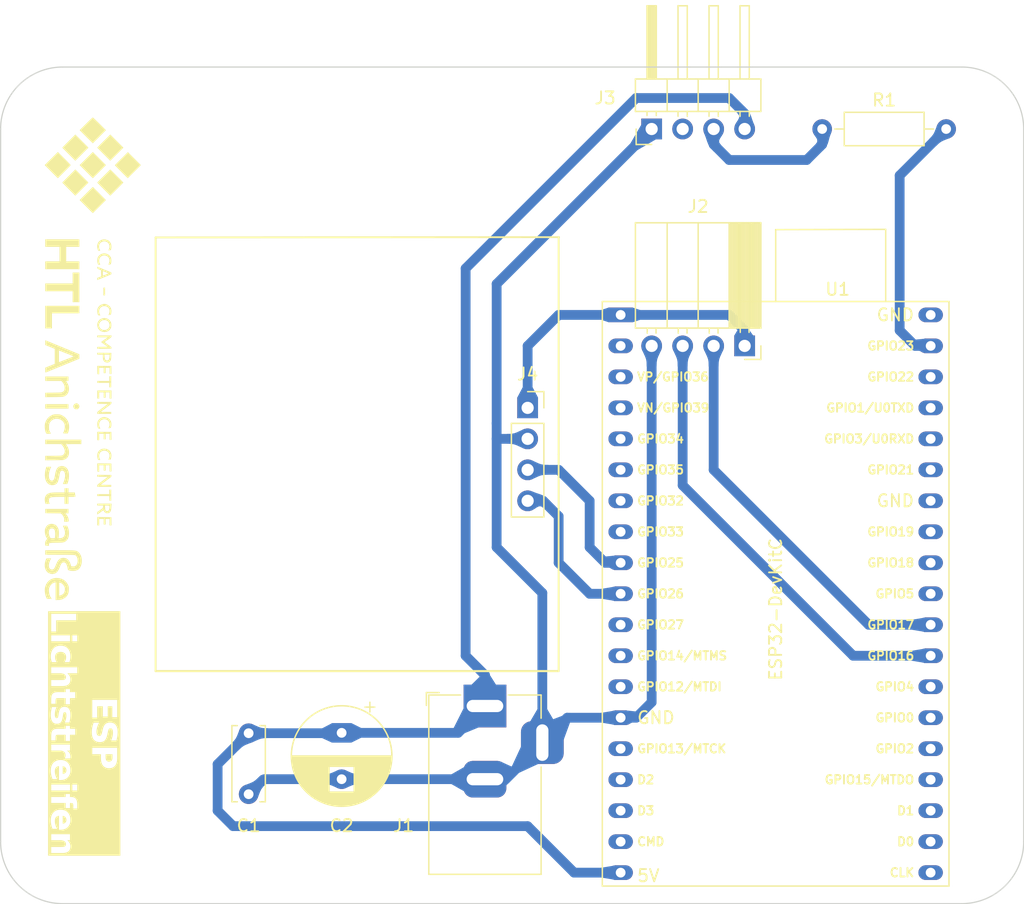
<source format=kicad_pcb>
(kicad_pcb (version 20221018) (generator pcbnew)
  (layers (0 "F.Cu" signal) (31 "B.Cu" signal) (34 "B.Paste" user) (35 "F.Paste" user) (36 "B.SilkS" user "B.Silkscreen") (37 "F.SilkS" user "F.Silkscreen") (38 "B.Mask" user) (39 "F.Mask" user) (44 "Edge.Cuts" user))
  (net 0 "")
  (net 1 "+5V")
  (net 2 "GND")
  (net 3 "Net-(J2-Pin_2)")
  (net 4 "Net-(J2-Pin_3)")
  (net 5 "+3V3")
  (net 7 "Net-(J3-Pin_3)")
  (net 8 "Net-(J4-Pin_3)")
  (net 9 "Net-(J4-Pin_4)")
  (net 10 "Net-(U1-GPIO23)")
  (footprint "htl_logo:htl_logo_large_with_text" (layer "F.Cu") (at 83.82 77.47 -90)
    (fp_text reference "REF**" hide)
    (fp_text value "htl_logo_large_with_text" hide)
  )
  (footprint "Connector_PinSocket_2.54mm:PinSocket_1x04_P2.54mm_Horizontal" (layer "F.Cu") (at 137.16 76.2 -90)
    (fp_text reference "J2" (at -11.43 3.81 -180) (layer "F.SilkS"))
    (fp_text value "HC-SR04")
    (pad "1" thru_hole rect (at 0 0 270) (size 1.7 1.7) (drill 1) (layers "*.Cu" "*.Mask") (net 5 "+3V3"))
    (pad "2" thru_hole oval (at 0 2.54 270) (size 1.7 1.7) (drill 1) (layers "*.Cu" "*.Mask") (net 3 "Net-(J2-Pin_2)"))
    (pad "3" thru_hole oval (at 0 5.08 270) (size 1.7 1.7) (drill 1) (layers "*.Cu" "*.Mask") (net 4 "Net-(J2-Pin_3)"))
    (pad "4" thru_hole oval (at 0 7.62 270) (size 1.7 1.7) (drill 1) (layers "*.Cu" "*.Mask") (net 2 "GND"))
  )
  (footprint "Capacitor_THT:CP_Radial_D8.0mm_P3.80mm" (layer "F.Cu") (at 104.14 107.92 -90)
    (fp_text reference "C2" (at 7.61 0 -180) (layer "F.SilkS"))
    (fp_text value "47u")
    (pad "1" thru_hole rect (at 0 0 270) (size 1.6 1.6) (drill 0.8) (layers "*.Cu" "*.Mask") (net 1 "+5V"))
    (pad "2" thru_hole circle (at 3.8 0 270) (size 1.6 1.6) (drill 0.8) (layers "*.Cu" "*.Mask") (net 2 "GND"))
  )
  (footprint "Connector_PinHeader_2.54mm:PinHeader_1x04_P2.54mm_Horizontal" (layer "F.Cu") (at 129.54 58.42 90)
    (fp_text reference "J3" (at 2.54 -3.81 180) (layer "F.SilkS"))
    (fp_text value "WS2812B")
    (pad "1" thru_hole rect (at 0 0 90) (size 1.7 1.7) (drill 1) (layers "*.Cu" "*.Mask") (net 2 "GND"))
    (pad "2" thru_hole oval (at 0 2.54 90) (size 1.7 1.7) (drill 1) (layers "*.Cu" "*.Mask"))
    (pad "3" thru_hole oval (at 0 5.08 90) (size 1.7 1.7) (drill 1) (layers "*.Cu" "*.Mask") (net 7 "Net-(J3-Pin_3)"))
    (pad "4" thru_hole oval (at 0 7.62 90) (size 1.7 1.7) (drill 1) (layers "*.Cu" "*.Mask") (net 1 "+5V"))
  )
  (footprint "Connector_PinSocket_2.54mm:PinSocket_1x04_P2.54mm_Vertical" (layer "F.Cu") (at 119.38 81.28)
    (fp_text reference "J4" (at 0 -2.77) (layer "F.SilkS"))
    (fp_text value "OLED")
    (pad "1" thru_hole rect (at 0 0) (size 1.7 1.7) (drill 1) (layers "*.Cu" "*.Mask") (net 5 "+3V3"))
    (pad "2" thru_hole oval (at 0 2.54) (size 1.7 1.7) (drill 1) (layers "*.Cu" "*.Mask") (net 2 "GND"))
    (pad "3" thru_hole oval (at 0 5.08) (size 1.7 1.7) (drill 1) (layers "*.Cu" "*.Mask") (net 8 "Net-(J4-Pin_3)"))
    (pad "4" thru_hole oval (at 0 7.62) (size 1.7 1.7) (drill 1) (layers "*.Cu" "*.Mask") (net 9 "Net-(J4-Pin_4)"))
  )
  (footprint "PCM_Espressif:ESP32-DevKitC" (layer "F.Cu") (at 127 73.66)
    (fp_text reference "U1" (at 17.78 -2.1) (layer "F.SilkS"))
    (fp_text value "ESP32-DevKitC" (at 12.7 24.13 90) (layer "F.SilkS"))
    (fp_text user "5V" (at 1.26632 45.97128 unlocked) (layer "F.SilkS") (effects (justify left)))
    (fp_text user "GPIO5" (at 24.13 22.86 unlocked) (layer "F.SilkS") (effects (font (size 0.7 0.7)) (justify right)))
    (fp_text user "GPIO14/MTMS" (at 1.27 27.94 unlocked) (layer "F.SilkS") (effects (font (size 0.7 0.7)) (justify left)))
    (fp_text user "GPIO25" (at 1.27 20.32 unlocked) (layer "F.SilkS") (effects (font (size 0.7 0.7)) (justify left)))
    (fp_text user "D1" (at 24.13 40.64 unlocked) (layer "F.SilkS") (effects (font (size 0.7 0.7)) (justify right)))
    (fp_text user "GPIO22" (at 24.13 5.08 unlocked) (layer "F.SilkS") (effects (font (size 0.7 0.7)) (justify right)))
    (fp_text user "GPIO19" (at 24.13 17.78 unlocked) (layer "F.SilkS") (effects (font (size 0.7 0.7)) (justify right)))
    (fp_text user "GPIO0" (at 24.13 33.02 unlocked) (layer "F.SilkS") (effects (font (size 0.7 0.7)) (justify right)))
    (fp_text user "GPIO33" (at 1.27 17.78 unlocked) (layer "F.SilkS") (effects (font (size 0.7 0.7)) (justify left)))
    (fp_text user "GPIO32" (at 1.27 15.24 unlocked) (layer "F.SilkS") (effects (font (size 0.7 0.7)) (justify left)))
    (fp_text user "VP/GPIO36" (at 1.27 5.08 unlocked) (layer "F.SilkS") (effects (font (size 0.7 0.7)) (justify left)))
    (fp_text user "GND" (at 24.13 15.24 unlocked) (layer "F.SilkS") (effects (justify right)))
    (fp_text user "GPIO15/MTDO" (at 24.13 38.1 unlocked) (layer "F.SilkS") (effects (font (size 0.7 0.7)) (justify right)))
    (fp_text user "GPIO17" (at 24.13 25.4 unlocked) (layer "F.SilkS") (effects (font (size 0.7 0.7)) (justify right)))
    (fp_text user "GPIO21" (at 24.13 12.7 unlocked) (layer "F.SilkS") (effects (font (size 0.7 0.7)) (justify right)))
    (fp_text user "GPIO1/U0TXD" (at 24.13 7.62 unlocked) (layer "F.SilkS") (effects (font (size 0.7 0.7)) (justify right)))
    (fp_text user "D2" (at 1.27 38.1 unlocked) (layer "F.SilkS") (effects (font (size 0.7 0.7)) (justify left)))
    (fp_text user "CLK" (at 24.13 45.72 unlocked) (layer "F.SilkS") (effects (font (size 0.7 0.7)) (justify right)))
    (fp_text user "GPIO26" (at 1.27 22.86 unlocked) (layer "F.SilkS") (effects (font (size 0.7 0.7)) (justify left)))
    (fp_text user "D3" (at 1.27 40.64 unlocked) (layer "F.SilkS") (effects (font (size 0.7 0.7)) (justify left)))
    (fp_text user "CMD" (at 1.27 43.18 unlocked) (layer "F.SilkS") (effects (font (size 0.7 0.7)) (justify left)))
    (fp_text user "GND" (at 24.13 0 unlocked) (layer "F.SilkS") (effects (justify right)))
    (fp_text user "GPIO34" (at 1.27 10.16 unlocked) (layer "F.SilkS") (effects (font (size 0.7 0.7)) (justify left)))
    (fp_text user "GPIO12/MTDI" (at 1.27 30.48 unlocked) (layer "F.SilkS") (effects (font (size 0.7 0.7)) (justify left)))
    (fp_text user "GPIO27" (at 1.27 25.4 unlocked) (layer "F.SilkS") (effects (font (size 0.7 0.7)) (justify left)))
    (fp_text user "GPIO35" (at 1.27 12.7 unlocked) (layer "F.SilkS") (effects (font (size 0.7 0.7)) (justify left)))
    (fp_text user "D0" (at 24.13 43.18 unlocked) (layer "F.SilkS") (effects (font (size 0.7 0.7)) (justify right)))
    (fp_text user "GPIO23" (at 24.13 2.54 unlocked) (layer "F.SilkS") (effects (font (size 0.7 0.7)) (justify right)))
    (fp_text user "GPIO4" (at 24.13 30.48 unlocked) (layer "F.SilkS") (effects (font (size 0.7 0.7)) (justify right)))
    (fp_text user "VN/GPIO39" (at 1.27 7.62 unlocked) (layer "F.SilkS") (effects (font (size 0.7 0.7)) (justify left)))
    (fp_text user "GPIO2" (at 24.13 35.56 unlocked) (layer "F.SilkS") (effects (font (size 0.7 0.7)) (justify right)))
    (fp_text user "GPIO18" (at 24.13 20.32 unlocked) (layer "F.SilkS") (effects (font (size 0.7 0.7)) (justify right)))
    (fp_text user "GPIO3/U0RXD" (at 24.13 10.16 unlocked) (layer "F.SilkS") (effects (font (size 0.7 0.7)) (justify right)))
    (fp_text user "GPIO16" (at 24.13 27.94 unlocked) (layer "F.SilkS") (effects (font (size 0.7 0.7)) (justify right)))
    (fp_text user "GPIO13/MTCK" (at 1.27 35.56 unlocked) (layer "F.SilkS") (effects (font (size 0.7 0.7)) (justify left)))
    (fp_text user "GND" (at 1.27 33.02 unlocked) (layer "F.SilkS") (effects (justify left)))
    (pad "1" thru_hole rect (at 0 0 270) (size 1.2 2) (drill 0.8) (layers "*.Cu" "*.Mask") (net 5 "+3V3"))
    (pad "2" thru_hole oval (at 0 2.54 270) (size 1.2 2) (drill 0.8) (layers "*.Cu" "*.Mask"))
    (pad "3" thru_hole oval (at 0 5.08 270) (size 1.2 2) (drill 0.8) (layers "*.Cu" "*.Mask"))
    (pad "4" thru_hole oval (at 0 7.62 270) (size 1.2 2) (drill 0.8) (layers "*.Cu" "*.Mask"))
    (pad "5" thru_hole oval (at 0 10.16 270) (size 1.2 2) (drill 0.8) (layers "*.Cu" "*.Mask"))
    (pad "6" thru_hole oval (at 0 12.7 270) (size 1.2 2) (drill 0.8) (layers "*.Cu" "*.Mask"))
    (pad "7" thru_hole oval (at 0 15.24 270) (size 1.2 2) (drill 0.8) (layers "*.Cu" "*.Mask"))
    (pad "8" thru_hole oval (at 0 17.78 270) (size 1.2 2) (drill 0.8) (layers "*.Cu" "*.Mask"))
    (pad "9" thru_hole oval (at 0 20.32 270) (size 1.2 2) (drill 0.8) (layers "*.Cu" "*.Mask") (net 8 "Net-(J4-Pin_3)"))
    (pad "10" thru_hole oval (at 0 22.86 270) (size 1.2 2) (drill 0.8) (layers "*.Cu" "*.Mask") (net 9 "Net-(J4-Pin_4)"))
    (pad "11" thru_hole oval (at 0 25.4 270) (size 1.2 2) (drill 0.8) (layers "*.Cu" "*.Mask"))
    (pad "12" thru_hole oval (at 0 27.94 270) (size 1.2 2) (drill 0.8) (layers "*.Cu" "*.Mask"))
    (pad "13" thru_hole oval (at 0 30.48 270) (size 1.2 2) (drill 0.8) (layers "*.Cu" "*.Mask"))
    (pad "14" thru_hole oval (at 0 33.02 270) (size 1.2 2) (drill 0.8) (layers "*.Cu" "*.Mask") (net 2 "GND"))
    (pad "15" thru_hole oval (at 0 35.56 270) (size 1.2 2) (drill 0.8) (layers "*.Cu" "*.Mask"))
    (pad "16" thru_hole oval (at 0 38.1 270) (size 1.2 2) (drill 0.8) (layers "*.Cu" "*.Mask"))
    (pad "17" thru_hole oval (at 0 40.64 270) (size 1.2 2) (drill 0.8) (layers "*.Cu" "*.Mask"))
    (pad "18" thru_hole oval (at 0 43.18 270) (size 1.2 2) (drill 0.8) (layers "*.Cu" "*.Mask"))
    (pad "19" thru_hole oval (at 0 45.72 270) (size 1.2 2) (drill 0.8) (layers "*.Cu" "*.Mask") (net 1 "+5V"))
    (pad "20" thru_hole oval (at 25.39632 45.71728 270) (size 1.2 2) (drill 0.8) (layers "*.Cu" "*.Mask"))
    (pad "21" thru_hole oval (at 25.39632 43.17728 270) (size 1.2 2) (drill 0.8) (layers "*.Cu" "*.Mask"))
    (pad "22" thru_hole oval (at 25.4 40.64 270) (size 1.2 2) (drill 0.8) (layers "*.Cu" "*.Mask"))
    (pad "23" thru_hole oval (at 25.4 38.1 270) (size 1.2 2) (drill 0.8) (layers "*.Cu" "*.Mask"))
    (pad "24" thru_hole oval (at 25.4 35.56 270) (size 1.2 2) (drill 0.8) (layers "*.Cu" "*.Mask"))
    (pad "25" thru_hole oval (at 25.4 33.02 270) (size 1.2 2) (drill 0.8) (layers "*.Cu" "*.Mask"))
    (pad "26" thru_hole oval (at 25.4 30.48 270) (size 1.2 2) (drill 0.8) (layers "*.Cu" "*.Mask"))
    (pad "27" thru_hole oval (at 25.4 27.94 270) (size 1.2 2) (drill 0.8) (layers "*.Cu" "*.Mask") (net 4 "Net-(J2-Pin_3)"))
    (pad "28" thru_hole oval (at 25.4 25.4 270) (size 1.2 2) (drill 0.8) (layers "*.Cu" "*.Mask") (net 3 "Net-(J2-Pin_2)"))
    (pad "29" thru_hole oval (at 25.4 22.86 270) (size 1.2 2) (drill 0.8) (layers "*.Cu" "*.Mask"))
    (pad "30" thru_hole oval (at 25.4 20.32 270) (size 1.2 2) (drill 0.8) (layers "*.Cu" "*.Mask"))
    (pad "31" thru_hole oval (at 25.4 17.78 270) (size 1.2 2) (drill 0.8) (layers "*.Cu" "*.Mask"))
    (pad "32" thru_hole oval (at 25.4 15.24 270) (size 1.2 2) (drill 0.8) (layers "*.Cu" "*.Mask") (net 2 "GND"))
    (pad "33" thru_hole oval (at 25.4 12.7 270) (size 1.2 2) (drill 0.8) (layers "*.Cu" "*.Mask"))
    (pad "34" thru_hole oval (at 25.4 10.16 270) (size 1.2 2) (drill 0.8) (layers "*.Cu" "*.Mask"))
    (pad "35" thru_hole oval (at 25.4 7.62 270) (size 1.2 2) (drill 0.8) (layers "*.Cu" "*.Mask"))
    (pad "36" thru_hole oval (at 25.4 5.08 270) (size 1.2 2) (drill 0.8) (layers "*.Cu" "*.Mask"))
    (pad "37" thru_hole oval (at 25.4 2.54 270) (size 1.2 2) (drill 0.8) (layers "*.Cu" "*.Mask") (net 10 "Net-(U1-GPIO23)"))
    (pad "38" thru_hole oval (at 25.4 0 270) (size 1.2 2) (drill 0.8) (layers "*.Cu" "*.Mask") (net 2 "GND"))
  )
  (footprint "Capacitor_THT:C_Disc_D6.0mm_W2.5mm_P5.00mm" (layer "F.Cu") (at 96.52 107.95 -90)
    (fp_text reference "C1" (at 7.58 0 -180) (layer "F.SilkS"))
    (fp_text value "100n")
    (pad "1" thru_hole circle (at 0 0 270) (size 1.6 1.6) (drill 0.8) (layers "*.Cu" "*.Mask") (net 1 "+5V"))
    (pad "2" thru_hole circle (at 5 0 270) (size 1.6 1.6) (drill 0.8) (layers "*.Cu" "*.Mask") (net 2 "GND"))
  )
  (footprint "Resistor_THT:R_Axial_DIN0207_L6.3mm_D2.5mm_P10.16mm_Horizontal" (layer "F.Cu") (at 143.51 58.42)
    (fp_text reference "R1" (at 5.08 -2.37) (layer "F.SilkS"))
    (fp_text value "1k")
    (pad "1" thru_hole circle (at 0 0) (size 1.6 1.6) (drill 0.8) (layers "*.Cu" "*.Mask") (net 7 "Net-(J3-Pin_3)"))
    (pad "2" thru_hole oval (at 10.16 0) (size 1.6 1.6) (drill 0.8) (layers "*.Cu" "*.Mask") (net 10 "Net-(U1-GPIO23)"))
  )
  (footprint "Connector_BarrelJack:BarrelJack_Horizontal" (layer "F.Cu") (at 115.8825 105.72 90)
    (fp_text reference "J1" (at -9.81 -6.6625 180) (layer "F.SilkS"))
    (fp_text value "Barrel_Jack_Switch")
    (pad "1" thru_hole rect (at 0 0 90) (size 3.5 3.5) (drill oval 1 3) (layers "*.Cu" "*.Mask") (net 1 "+5V"))
    (pad "2" thru_hole roundrect (at -6 0 90) (size 3 3.5) (drill oval 1 3) (layers "*.Cu" "*.Mask") (net 2 "GND"))
    (pad "3" thru_hole roundrect (at -3 4.7 90) (size 3.5 3.5) (drill oval 3 1) (layers "*.Cu" "*.Mask") (net 2 "GND"))
  )
  (gr_line (start 121.9454 67.2846) (end 88.9 67.31) (stroke (width 0.15)) (layer "F.SilkS"))
  (gr_line (start 88.9 67.31) (end 88.9 102.87) (stroke (width 0.15)) (layer "F.SilkS"))
  (gr_rect (start 121.92 67.2846) (end 121.9454 67.31) (stroke (width 0.15)) (fill none) (layer "F.SilkS"))
  (gr_rect (start 121.92 67.31) (end 121.92 85.09) (stroke (width 0.15)) (fill none) (layer "F.SilkS"))
  (gr_rect (start 121.92 85.09) (end 121.92 102.87) (stroke (width 0.15)) (fill none) (layer "F.SilkS"))
  (gr_rect (start 88.9 102.8446) (end 121.92 102.87) (stroke (width 0.15)) (fill none) (layer "F.SilkS"))
  (gr_line (start 154.94 121.92) (end 81.28 121.92) (stroke (width 0.1)) (layer "Edge.Cuts"))
  (gr_line (start 160.02 58.42) (end 160.02 116.84) (stroke (width 0.1)) (layer "Edge.Cuts"))
  (gr_arc (start 154.94 53.34) (mid 158.532102 54.827898) (end 160.02 58.42) (stroke (width 0.1)) (layer "Edge.Cuts"))
  (gr_line (start 76.2 116.84) (end 76.2 58.42) (stroke (width 0.1)) (layer "Edge.Cuts"))
  (gr_arc (start 160.02 116.84) (mid 158.532102 120.432102) (end 154.94 121.92) (stroke (width 0.1)) (layer "Edge.Cuts"))
  (gr_arc (start 81.28 121.92) (mid 77.687898 120.432102) (end 76.2 116.84) (stroke (width 0.1)) (layer "Edge.Cuts"))
  (gr_arc (start 76.2 58.42) (mid 77.687898 54.827898) (end 81.28 53.34) (stroke (width 0.1)) (layer "Edge.Cuts"))
  (gr_line (start 81.28 53.34) (end 154.94 53.34) (stroke (width 0.1)) (layer "Edge.Cuts"))
  (gr_text "ESP\nLichtstreifen" (at 80.01 107.95 270) (layer "F.SilkS" knockout) (effects (font (size 2 2) (thickness 0.4) bold) (justify bottom)))
  (segment (start 114.3 101.6) (end 115.8825 103.1825) (width 0.8) (layer "B.Cu") (net 1))
  (segment (start 114.3 69.85) (end 114.3 101.6) (width 0.8) (layer "B.Cu") (net 1))
  (segment (start 128.27 55.88) (end 114.3 69.85) (width 0.8) (layer "B.Cu") (net 1))
  (segment (start 135.89 55.88) (end 128.27 55.88) (width 0.8) (layer "B.Cu") (net 1))
  (segment (start 123.19 119.38) (end 127 119.38) (width 0.8) (layer "B.Cu") (net 1))
  (segment (start 115.8825 103.1825) (end 115.8825 105.72) (width 0.8) (layer "B.Cu") (net 1))
  (segment (start 96.52 107.95) (end 93.98 110.49) (width 0.8) (layer "B.Cu") (net 1))
  (segment (start 93.98 110.49) (end 93.98 114.3) (width 0.8) (layer "B.Cu") (net 1))
  (segment (start 137.16 58.42) (end 137.16 57.15) (width 0.8) (layer "B.Cu") (net 1))
  (segment (start 119.38 115.57) (end 123.19 119.38) (width 0.8) (layer "B.Cu") (net 1))
  (segment (start 95.25 115.57) (end 119.38 115.57) (width 0.8) (layer "B.Cu") (net 1))
  (segment (start 96.52 107.95) (end 104.11 107.95) (width 0.8) (layer "B.Cu") (net 1))
  (segment (start 104.14 107.92) (end 113.6825 107.92) (width 0.8) (layer "B.Cu") (net 1))
  (segment (start 93.98 114.3) (end 95.25 115.57) (width 0.8) (layer "B.Cu") (net 1))
  (segment (start 113.6825 107.92) (end 115.8825 105.72) (width 0.8) (layer "B.Cu") (net 1))
  (segment (start 137.16 57.15) (end 135.89 55.88) (width 0.8) (layer "B.Cu") (net 1))
  (segment (start 104.11 107.95) (end 104.14 107.92) (width 0.8) (layer "B.Cu") (net 1))
  (segment (start 128.27 106.68) (end 127 106.68) (width 0.8) (layer "B.Cu") (net 2))
  (segment (start 120.5825 108.72) (end 120.5825 96.4525) (width 0.8) (layer "B.Cu") (net 2))
  (segment (start 120.5825 96.4525) (end 116.84 92.71) (width 0.8) (layer "B.Cu") (net 2))
  (segment (start 116.84 83.82) (end 119.38 83.82) (width 0.8) (layer "B.Cu") (net 2))
  (segment (start 117.5825 111.72) (end 120.5825 108.72) (width 0.8) (layer "B.Cu") (net 2))
  (segment (start 97.83 111.72) (end 104.14 111.72) (width 0.8) (layer "B.Cu") (net 2))
  (segment (start 97.71 111.76) (end 97.79 111.76) (width 0.8) (layer "B.Cu") (net 2))
  (segment (start 122.6225 106.68) (end 127 106.68) (width 0.8) (layer "B.Cu") (net 2))
  (segment (start 129.54 76.2) (end 129.54 105.41) (width 0.8) (layer "B.Cu") (net 2))
  (segment (start 116.84 92.71) (end 116.84 82.55) (width 0.8) (layer "B.Cu") (net 2))
  (segment (start 97.79 111.76) (end 97.83 111.72) (width 0.8) (layer "B.Cu") (net 2))
  (segment (start 115.8825 111.72) (end 104.14 111.72) (width 0.8) (layer "B.Cu") (net 2))
  (segment (start 129.54 105.41) (end 128.27 106.68) (width 0.8) (layer "B.Cu") (net 2))
  (segment (start 116.84 71.12) (end 116.84 82.55) (width 0.8) (layer "B.Cu") (net 2))
  (segment (start 96.52 112.95) (end 97.71 111.76) (width 0.8) (layer "B.Cu") (net 2))
  (segment (start 129.54 58.42) (end 116.84 71.12) (width 0.8) (layer "B.Cu") (net 2))
  (segment (start 120.5825 108.72) (end 122.6225 106.68) (width 0.8) (layer "B.Cu") (net 2))
  (segment (start 115.8825 111.72) (end 117.5825 111.72) (width 0.8) (layer "B.Cu") (net 2))
  (segment (start 134.62 86.36) (end 147.32 99.06) (width 0.8) (layer "B.Cu") (net 3))
  (segment (start 134.62 76.2) (end 134.62 86.36) (width 0.8) (layer "B.Cu") (net 3))
  (segment (start 147.32 99.06) (end 152.4 99.06) (width 0.8) (layer "B.Cu") (net 3))
  (segment (start 132.08 87.63) (end 146.05 101.6) (width 0.8) (layer "B.Cu") (net 4))
  (segment (start 146.05 101.6) (end 152.4 101.6) (width 0.8) (layer "B.Cu") (net 4))
  (segment (start 132.08 76.2) (end 132.08 87.63) (width 0.8) (layer "B.Cu") (net 4))
  (segment (start 137.16 74.93) (end 135.89 73.66) (width 0.8) (layer "B.Cu") (net 5))
  (segment (start 137.16 76.2) (end 137.16 74.93) (width 0.8) (layer "B.Cu") (net 5))
  (segment (start 135.89 73.66) (end 127 73.66) (width 0.8) (layer "B.Cu") (net 5))
  (segment (start 119.38 76.2) (end 121.92 73.66) (width 0.8) (layer "B.Cu") (net 5))
  (segment (start 121.92 73.66) (end 127 73.66) (width 0.8) (layer "B.Cu") (net 5))
  (segment (start 119.38 81.28) (end 119.38 76.2) (width 0.8) (layer "B.Cu") (net 5))
  (segment (start 134.62 59.69) (end 135.89 60.96) (width 0.8) (layer "B.Cu") (net 7))
  (segment (start 142.24 60.96) (end 143.51 59.69) (width 0.8) (layer "B.Cu") (net 7))
  (segment (start 134.62 58.42) (end 134.62 59.69) (width 0.8) (layer "B.Cu") (net 7))
  (segment (start 135.89 60.96) (end 142.24 60.96) (width 0.8) (layer "B.Cu") (net 7))
  (segment (start 143.51 59.69) (end 143.51 58.42) (width 0.8) (layer "B.Cu") (net 7))
  (segment (start 121.92 86.36) (end 124.46 88.9) (width 0.8) (layer "B.Cu") (net 8))
  (segment (start 119.38 86.36) (end 121.92 86.36) (width 0.8) (layer "B.Cu") (net 8))
  (segment (start 124.46 92.71) (end 125.73 93.98) (width 0.8) (layer "B.Cu") (net 8))
  (segment (start 124.46 88.9) (end 124.46 92.71) (width 0.8) (layer "B.Cu") (net 8))
  (segment (start 125.73 93.98) (end 127 93.98) (width 0.8) (layer "B.Cu") (net 8))
  (segment (start 124.46 96.52) (end 127 96.52) (width 0.8) (layer "B.Cu") (net 9))
  (segment (start 120.65 88.9) (end 121.92 90.17) (width 0.8) (layer "B.Cu") (net 9))
  (segment (start 121.92 90.17) (end 121.92 93.98) (width 0.8) (layer "B.Cu") (net 9))
  (segment (start 121.92 93.98) (end 124.46 96.52) (width 0.8) (layer "B.Cu") (net 9))
  (segment (start 119.38 88.9) (end 120.65 88.9) (width 0.8) (layer "B.Cu") (net 9))
  (segment (start 149.86 74.93) (end 151.13 76.2) (width 0.8) (layer "B.Cu") (net 10))
  (segment (start 153.67 58.42) (end 149.86 62.23) (width 0.8) (layer "B.Cu") (net 10))
  (segment (start 149.86 62.23) (end 149.86 74.93) (width 0.8) (layer "B.Cu") (net 10))
  (segment (start 151.13 76.2) (end 152.4 76.2) (width 0.8) (layer "B.Cu") (net 10))
)
</source>
